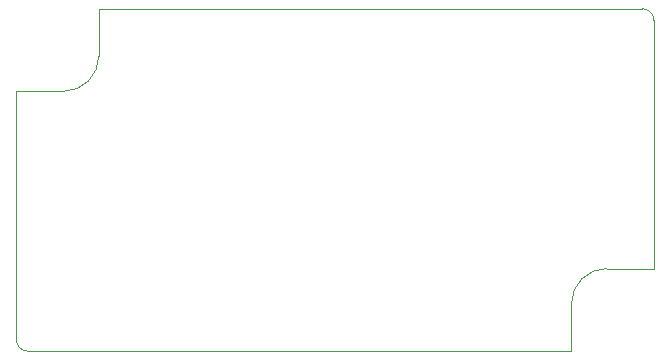
<source format=gbr>
%TF.GenerationSoftware,KiCad,Pcbnew,(6.0.2)*%
%TF.CreationDate,2022-08-24T15:21:41+12:00*%
%TF.ProjectId,Disco3_FBH,44697363-6f33-45f4-9642-482e6b696361,rev?*%
%TF.SameCoordinates,Original*%
%TF.FileFunction,Profile,NP*%
%FSLAX46Y46*%
G04 Gerber Fmt 4.6, Leading zero omitted, Abs format (unit mm)*
G04 Created by KiCad (PCBNEW (6.0.2)) date 2022-08-24 15:21:41*
%MOMM*%
%LPD*%
G01*
G04 APERTURE LIST*
%TA.AperFunction,Profile*%
%ADD10C,0.038100*%
%TD*%
G04 APERTURE END LIST*
D10*
X163700000Y-104000000D02*
X117700000Y-104000000D01*
X123700000Y-75000000D02*
X123700000Y-79000000D01*
X163700000Y-100000000D02*
X163700000Y-104000000D01*
X120700000Y-82000000D02*
X116700000Y-82000000D01*
X170700000Y-76000000D02*
X170700000Y-97000000D01*
X166700000Y-97000000D02*
X170700000Y-97000000D01*
X123700000Y-75000000D02*
X169700000Y-75000000D01*
X170700000Y-76000000D02*
G75*
G03*
X169700000Y-75000000I-999999J1D01*
G01*
X116700000Y-103000000D02*
X116700000Y-82000000D01*
X116700000Y-103000000D02*
G75*
G03*
X117700000Y-104000000I999999J-1D01*
G01*
X166700000Y-97000000D02*
G75*
G03*
X163700000Y-100000000I1J-3000001D01*
G01*
X120700000Y-82000000D02*
G75*
G03*
X123700000Y-79000000I-1J3000001D01*
G01*
M02*

</source>
